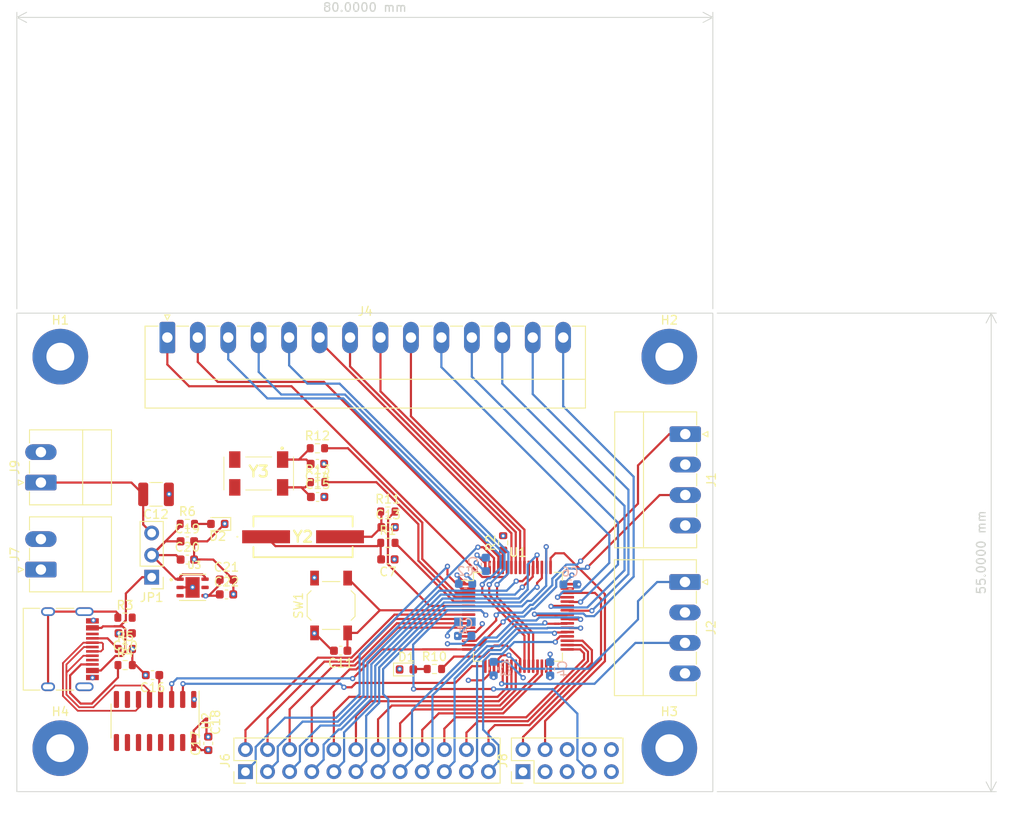
<source format=kicad_pcb>
(kicad_pcb (version 20221018) (generator pcbnew)
  (layers (0 "F.Cu" signal) (1 "In1.Cu" power "GND") (2 "In2.Cu" power "Power") (31 "B.Cu" signal) (34 "B.Paste" user) (35 "F.Paste" user) (36 "B.SilkS" user "B.Silkscreen") (37 "F.SilkS" user "F.Silkscreen") (38 "B.Mask" user) (39 "F.Mask" user) (44 "Edge.Cuts" user))
  (net 0 "")
  (net 1 "GND")
  (net 2 "Net-(C10-Pad1)")
  (net 3 "/NRST")
  (net 4 "Net-(D1-A)")
  (net 5 "/PUL1+")
  (net 6 "/DIR1+")
  (net 7 "/PUL2+")
  (net 8 "/DIR2+")
  (net 9 "Net-(J3-CC1)")
  (net 11 "Net-(J3-CC2)")
  (net 13 "Net-(J3-SHIELD)")
  (net 14 "/PWM1")
  (net 15 "/PWM2")
  (net 16 "/COM1")
  (net 17 "/COM2")
  (net 18 "/COM3")
  (net 19 "/COM4")
  (net 20 "/COM5")
  (net 21 "/COM6")
  (net 22 "/COM7")
  (net 23 "/S1")
  (net 24 "/S2")
  (net 25 "/S3")
  (net 26 "/SE1")
  (net 27 "/SE2")
  (net 28 "/SWDIO")
  (net 29 "/SWCLK")
  (net 32 "Net-(U1-BOOT0)")
  (net 33 "/D-")
  (net 34 "/D+")
  (net 35 "/LED1")
  (net 36 "/RX")
  (net 37 "/TX")
  (net 38 "Net-(U1-VDDA)")
  (net 48 "/PC12")
  (net 49 "/PC13")
  (net 50 "/PD2")
  (net 51 "/PC0")
  (net 52 "/PC1")
  (net 53 "/PA6")
  (net 54 "/PC2")
  (net 55 "/PA7")
  (net 56 "/PC3")
  (net 57 "/PA15")
  (net 58 "/PC4")
  (net 59 "/PB9")
  (net 60 "/PC6")
  (net 61 "/PB10")
  (net 62 "/PC7")
  (net 63 "/PB11")
  (net 64 "/PC8")
  (net 65 "/PB12")
  (net 66 "/PC9")
  (net 67 "/PB13")
  (net 68 "/PC10")
  (net 69 "/PB14")
  (net 70 "/PC11")
  (net 71 "/PB15")
  (net 72 "Net-(C7-Pad2)")
  (net 73 "Net-(C13-Pad1)")
  (net 74 "Net-(Y3-CRYSTAL_1)")
  (net 75 "Net-(Y3-CRYSTAL_2)")
  (net 76 "Net-(U2-V3)")
  (net 77 "Net-(D2-A)")
  (net 78 "/8OSC_IN")
  (net 79 "/8OSC_OUT")
  (net 80 "/32OSC_IN")
  (net 81 "/32OSC_OUT")
  (net 85 "/3V3")
  (net 86 "/5V_PS")
  (net 87 "/5V")
  (net 88 "/5V_USB")
  (footprint "Capacitor_SMD:C_0603_1608Metric" (layer "F.Cu") (at 154.675 104.6)
    (fp_text reference "C13")
    (fp_text value "20pF")
  )
  (footprint "Capacitor_SMD:C_0603_1608Metric" (layer "F.Cu") (at 124.46 116.8 180)
    (fp_text reference "C10")
    (fp_text value "100nF")
  )
  (footprint "Button_Switch_SMD:SW_SPST_TL3342" (layer "F.Cu") (at 148.125 113.6 90)
    (fp_text reference "SW1")
    (fp_text value "SW_Push")
  )
  (footprint "Resistor_SMD:R_0603_1608Metric" (layer "F.Cu") (at 167.9 106.4 90)
    (fp_text reference "R2")
    (fp_text value "10k")
  )
  (footprint "Resistor_SMD:R_0603_1608Metric" (layer "F.Cu") (at 154.65 102.8)
    (fp_text reference "R11")
    (fp_text value "0")
  )
  (footprint "Resistor_SMD:R_0603_1608Metric" (layer "F.Cu") (at 146.55 95.525)
    (fp_text reference "R12")
    (fp_text value "0")
  )
  (footprint "Capacitor_SMD:C_0603_1608Metric" (layer "F.Cu") (at 127.6 121.6 180)
    (fp_text reference "C16")
    (fp_text value "0.1uF")
  )
  (footprint "Resistor_SMD:R_0603_1608Metric" (layer "F.Cu") (at 131.6 104.225)
    (fp_text reference "R6")
    (fp_text value "1k")
  )
  (footprint "Capacitor_SMD:C_1210_3225Metric" (layer "F.Cu") (at 128 100.825 180)
    (fp_text reference "C12")
    (fp_text value "47uF")
  )
  (footprint "MountingHole:MountingHole_3.2mm_M3_Pad" (layer "F.Cu") (at 187 85)
    (fp_text reference "H2")
    (fp_text value "MountingHole_Pad")
  )
  (footprint "MountingHole:MountingHole_3.2mm_M3_Pad" (layer "F.Cu") (at 187 130)
    (fp_text reference "H3")
    (fp_text value "MountingHole_Pad")
  )
  (footprint "Capacitor_SMD:C_0603_1608Metric" (layer "F.Cu") (at 146.55 97.325 180)
    (fp_text reference "C14")
    (fp_text value "4.3pF")
  )
  (footprint "Connector_Phoenix_MC:PhoenixContact_MC_1,5_4-G-3.5_1x04_P3.50mm_Horizontal" (layer "F.Cu") (at 188.8 110.9 -90)
    (fp_text reference "J2")
    (fp_text value "Conn_01x04_Socket")
  )
  (footprint "MountingHole:MountingHole_3.2mm_M3_Pad" (layer "F.Cu") (at 117 130)
    (fp_text reference "H4")
    (fp_text value "MountingHole_Pad")
  )
  (footprint "Capacitor_SMD:C_0603_1608Metric" (layer "F.Cu") (at 136.1 110.625)
    (fp_text reference "C21")
    (fp_text value "1uF")
  )
  (footprint "Connector_USB:USB_C_Receptacle_HRO_TYPE-C-31-M-12" (layer "F.Cu") (at 116.64 118.625 -90)
    (fp_text reference "J3" hide)
    (fp_text value "USB_C_Receptacle_USB2.0_16P")
  )
  (footprint "Package_SO:SOIC-16_3.9x9.9mm_P1.27mm" (layer "F.Cu") (at 127.89 126.875 -90)
    (fp_text reference "U2")
    (fp_text value "CH340C")
  )
  (footprint "MountingHole:MountingHole_3.2mm_M3_Pad" (layer "F.Cu") (at 117 85)
    (fp_text reference "H1")
    (fp_text value "MountingHole_Pad")
  )
  (footprint "Capacitor_SMD:C_0603_1608Metric" (layer "F.Cu") (at 136.1 112.325)
    (fp_text reference "C22")
    (fp_text value "100nF")
  )
  (footprint "Capacitor_SMD:C_0603_1608Metric" (layer "F.Cu") (at 131.6 108.325)
    (fp_text reference "C20")
    (fp_text value "1uF")
  )
  (footprint "Connector_Phoenix_MC:PhoenixContact_MC_1,5_2-G-3.5_1x02_P3.50mm_Horizontal" (layer "F.Cu") (at 114.7675 99.47 90)
    (fp_text reference "J9")
    (fp_text value "Conn_01x02_Socket")
  )
  (footprint "Connector_Phoenix_MC:PhoenixContact_MC_1,5_4-G-3.5_1x04_P3.50mm_Horizontal" (layer "F.Cu") (at 188.8325 93.905 -90)
    (fp_text reference "J1")
    (fp_text value "Conn_01x04_Socket")
  )
  (footprint "Resistor_SMD:R_0603_1608Metric" (layer "F.Cu") (at 124.475 118.6)
    (fp_text reference "R5")
    (fp_text value "5.1k")
  )
  (footprint "Package_QFP:LQFP-64_10x10mm_P0.5mm" (layer "F.Cu") (at 169.6 114.9)
    (fp_text reference "U1")
    (fp_text value "STM32F103RBTx")
  )
  (footprint "Capacitor_SMD:C_0603_1608Metric" (layer "F.Cu") (at 146.575 101.125)
    (fp_text reference "C15")
    (fp_text value "4.3pF")
  )
  (footprint "Resistor_SMD:R_0603_1608Metric" (layer "F.Cu") (at 124.45 120.45)
    (fp_text reference "R4")
    (fp_text value "5.1k")
  )
  (footprint "Connector_PinHeader_2.54mm:PinHeader_2x05_P2.54mm_Vertical" (layer "F.Cu") (at 170.18 132.7 90)
    (fp_text reference "J8")
    (fp_text value "Conn_02x05_Odd_Even")
  )
  (footprint "Capacitor_SMD:C_0603_1608Metric" (layer "F.Cu") (at 154.65 108.3 180)
    (fp_text reference "C7")
    (fp_text value "20pF")
  )
  (footprint "footprints:SON95P300X300X100-7N" (layer "F.Cu") (at 132.2 111.525)
    (fp_text reference "U3")
    (fp_text value "LD39050PU33R")
  )
  (footprint "Connector_PinHeader_2.54mm:PinHeader_2x12_P2.54mm_Vertical" (layer "F.Cu") (at 138.28 132.7 90)
    (fp_text reference "J6")
    (fp_text value "Conn_02x12_Odd_Even")
  )
  (footprint "LED_SMD:LED_0603_1608Metric" (layer "F.Cu") (at 156.785 120.955)
    (fp_text reference "D1")
    (fp_text value "GREEN")
  )
  (footprint "Connector_PinHeader_2.54mm:PinHeader_1x03_P2.54mm_Vertical" (layer "F.Cu") (at 127.5 110.35 180)
    (fp_text reference "JP1")
    (fp_text value "Jumper_3_Open")
  )
  (footprint "Resistor_SMD:R_0603_1608Metric" (layer "F.Cu") (at 124.435 115)
    (fp_text reference "R3")
    (fp_text value "1M")
  )
  (footprint "Resistor_SMD:R_0603_1608Metric" (layer "F.Cu") (at 146.575 99.425)
    (fp_text reference "R13")
    (fp_text value "0")
  )
  (footprint "Connector_Phoenix_MC:PhoenixContact_MC_1,5_14-G-3.5_1x14_P3.50mm_Horizontal" (layer "F.Cu") (at 129.3 82.8)
    (fp_text reference "J4")
    (fp_text value "Conn_01x14_Socket")
  )
  (footprint "LED_SMD:LED_0603_1608Metric" (layer "F.Cu") (at 135.1 104.225 180)
    (fp_text reference "D2")
    (fp_text value "RED")
  )
  (footprint "Capacitor_SMD:C_0603_1608Metric" (layer "F.Cu") (at 149.225 118.8 180)
    (fp_text reference "C11")
    (fp_text value "100nF")
  )
  (footprint "Crystal:ABS2532768KHZT" (layer "F.Cu") (at 139.8 97.875 180)
    (fp_text reference "Y3")
    (fp_text value "ABS25-32.768KHZ-6-T" hide)
  )
  (footprint "Capacitor_SMD:C_0603_1608Metric" (layer "F.Cu") (at 131.6 106.225)
    (fp_text reference "C19")
    (fp_text value "100nF")
  )
  (footprint "Connector_Phoenix_MC:PhoenixContact_MC_1,5_2-G-3.5_1x02_P3.50mm_Horizontal" (layer "F.Cu") (at 114.7675 109.47 90)
    (fp_text reference "J7")
    (fp_text value "Conn_01x02_Socket")
  )
  (footprint "Crystal:8000MHz49USMX3050408518pFATF" (layer "F.Cu") (at 144.9 105.7)
    (fp_text reference "Y2")
    (fp_text value "8.000MHz_49USMX_30_50_-40+85_18pF_ATF" hide)
  )
  (footprint "Resistor_SMD:R_0603_1608Metric" (layer "F.Cu") (at 154.65 106.4)
    (fp_text reference "R1")
    (fp_text value "0")
  )
  (footprint "Capacitor_SMD:C_0603_1608Metric" (layer "F.Cu") (at 134 129.45 90)
    (fp_text reference "C17")
    (fp_text value "0.1uF")
  )
  (footprint "Capacitor_SMD:C_0201_0603Metric" (layer "F.Cu") (at 133.8 127.025 -90)
    (fp_text reference "C18")
    (fp_text value "10uF")
  )
  (footprint "Resistor_SMD:R_0603_1608Metric" (layer "F.Cu") (at 159.9975 120.9)
    (fp_text reference "R10")
    (fp_text value "220")
  )
  (footprint "Capacitor_SMD:C_0603_1608Metric" (layer "B.Cu") (at 173.3 120.875 90)
    (fp_text reference "C4")
    (fp_text value "100nF")
  )
  (footprint "Capacitor_SMD:C_0603_1608Metric" (layer "B.Cu") (at 163.575 111.1 180)
    (fp_text reference "C2")
    (fp_text value "1uF")
  )
  (footprint "Capacitor_SMD:C_0603_1608Metric" (layer "B.Cu") (at 175.6 111.175 180)
    (fp_text reference "C6")
    (fp_text value "100nF")
  )
  (footprint "Capacitor_SMD:C_0603_1608Metric" (layer "B.Cu") (at 163.475 117.1 180)
    (fp_text reference "C1")
    (fp_text value "100nF")
  )
  (footprint "footprints:BEADC1608X75N" (layer "B.Cu") (at 163.5 115.475)
    (fp_text reference "FL1")
    (fp_text value "BLM18KG260TN1D")
  )
  (footprint "Capacitor_SMD:C_0603_1608Metric" (layer "B.Cu") (at 166.8 120.85 90)
    (fp_text reference "C3")
    (fp_text value "100nF")
  )
  (footprint "Capacitor_SMD:C_0603_1608Metric" (layer "B.Cu") (at 165.9 108.875 -90)
    (fp_text reference "C5")
    (fp_text value "100nF")
  )
  (gr_rect (start 112 80) (end 192 135) (stroke (width 0.1)) (fill none) (layer "Edge.Cuts"))
  (dimension (type aligned) (layer "Edge.Cuts") (pts (xy 112 80) (xy 192 80)) (height -34) (gr_text "80.0000 mm" (at 152 44.85) (layer "Edge.Cuts") (effects (font (size 1 1) (thickness 0.15)))) (format (prefix "") (suffix "") (units 3) (units_format 1) (precision 4)) (style (thickness 0.1) (arrow_length 1.27) (text_position_mode 0) (extension_height 0.58642) (extension_offset 0.5) keep_text_aligned))
  (dimension (type aligned) (layer "Edge.Cuts") (pts (xy 192 80) (xy 192 135)) (height -32) (gr_text "55.0000 mm" (at 222.85 107.5 90) (layer "Edge.Cuts") (effects (font (size 1 1) (thickness 0.15)))) (format (prefix "") (suffix "") (units 3) (units_format 1) (precision 4)) (style (thickness 0.1) (arrow_length 1.27) (text_position_mode 0) (extension_height 0.58642) (extension_offset 0.5) keep_text_aligned))
  (segment (start 132.4 108.3) (end 132.375 108.325) (width 0.25) (layer "F.Cu") (net 1))
  (segment (start 165.591116 122.2) (end 163.9 122.2) (width 0.25) (layer "F.Cu") (net 1))
  (segment (start 126.825 121.6) (end 126.825 121.6) (width 0.25) (layer "F.Cu") (net 1))
  (segment (start 126.8 121.575) (end 126.8 121.6) (width 0.25) (layer "F.Cu") (net 1))
  (segment (start 135.9 104.2) (end 135.9125 104.2) (width 0.25) (layer "F.Cu") (net 1))
  (segment (start 134 128.7) (end 134.025 128.7) (width 0.25) (layer "F.Cu") (net 1))
  (segment (start 148.275 118.8) (end 146.275 116.8) (width 0.25) (layer "F.Cu") (net 1))
  (segment (start 133.8 128.475) (end 134 128.675) (width 0.25) (layer "F.Cu") (net 1))
  (segment (start 135.9 104.2125) (end 135.9 104.2) (width 0.25) (layer "F.Cu") (net 1))
  (segment (start 125.275 118.625) (end 125.3 118.6) (width 0.25) (layer "F.Cu") (net 1))
  (segment (start 134.025 128.7) (end 134 128.675) (width 0.25) (layer "F.Cu") (net 1))
  (segment (start 164.767764 116.65) (end 165.5 115.917764) (width 0.25) (layer "F.Cu") (net 1))
  (segment (start 165.5 115.917764) (end 165.5 115.7) (width 0.25) (layer "F.Cu") (net 1))
  (segment (start 125.675 120.45) (end 126.8 121.575) (width 0.25) (layer "F.Cu") (net 1))
  (segment (start 134.575 108.325) (end 132.4 108.3) (width 0.25) (layer "F.Cu") (net 1))
  (segment (start 166.35 120.575) (end 166.35 121.441116) (width 0.25) (layer "F.Cu") (net 1))
  (segment (start 146.2 116.725) (end 146.225 116.75) (width 0.25) (layer "F.Cu") (net 1))
  (segment (start 133.8 127.345) (end 133.8 128.475) (width 0.25) (layer "F.Cu") (net 1))
  (segment (start 125.275 120.45) (end 125.275 118.625) (width 0.25) (layer "F.Cu") (net 1))
  (segment (start 148.45 118.8) (end 148.275 118.8) (width 0.25) (layer "F.Cu") (net 1))
  (segment (start 136.875 110.625) (end 136.9 112.3) (width 0.25) (layer "F.Cu") (net 1))
  (segment (start 132.375 106.225) (end 132.375 108.325) (width 0.25) (layer "F.Cu") (net 1))
  (segment (start 136.9 112.3) (end 136.875 112.325) (width 0.25) (layer "F.Cu") (net 1))
  (segment (start 133.8875 106.225) (end 135.9 104.2125) (width 0.25) (layer "F.Cu") (net 1))
  (segment (start 126.8 121.6) (end 126.825 121.6) (width 0.25) (layer "F.Cu") (net 1))
  (segment (start 134 128.675) (end 134 128.7) (width 0.25) (layer "F.Cu") (net 1))
  (segment (start 136.875 110.625) (end 134.575 108.325) (width 0.25) (layer "F.Cu") (net 1))
  (segment (start 132.2 111.5) (end 130.765 111.525) (width 0.25) (layer "F.Cu") (net 1))
  (segment (start 125.275 120.45) (end 125.675 120.45) (width 0.25) (layer "F.Cu") (net 1))
  (segment (start 132.2 111.525) (end 132.2 111.5) (width 0.25) (layer "F.Cu") (net 1))
  (segment (start 166.35 121.441116) (end 165.591116 122.2) (width 0.25) (layer "F.Cu") (net 1))
  (segment (start 146.275 116.8) (end 146.2 116.8) (width 0.25) (layer "F.Cu") (net 1))
  (segment (start 163.925 116.65) (end 164.767764 116.65) (width 0.25) (layer "F.Cu") (net 1))
  (segment (start 132.375 106.225) (end 133.8875 106.225) (width 0.25) (layer "F.Cu") (net 1))
  (segment (start 146.2 116.8) (end 146.2 116.725) (width 0.25) (layer "F.Cu") (net 1))
  (segment (start 135.9125 104.2) (end 135.8875 104.225) (width 0.25) (layer "F.Cu") (net 1))
  (via (at 165.5 115.7) (size 0.6) (drill 0.3) (layers "F.Cu" "B.Cu") (net 1))
  (via (at 146.2 110.4) (size 0.6) (drill 0.3) (layers "F.Cu" "B.Cu") (net 1))
  (via (at 132.2 111.5) (size 0.6) (drill 0.3) (layers "F.Cu" "B.Cu") (net 1))
  (via (at 163.9 122.2) (size 0.6) (drill 0.3) (layers "F.Cu" "B.Cu") (net 1))
  (via (at 132.4 124.4) (size 0.6) (drill 0.3) (layers "F.Cu" "B.Cu") (net 1))
  (via (at 129.5 100.8) (size 0.6) (drill 0.3) (layers "F.Cu" "B.Cu") (net 1))
  (via (at 161.5 118) (size 0.6) (drill 0.3) (layers "F.Cu" "B.Cu") (net 1))
  (via (at 126.8 121.6) (size 0.6) (drill 0.3) (layers "F.Cu" "B.Cu") (net 1))
  (via (at 146.2 116.8) (size 0.6) (drill 0.3) (layers "F.Cu" "B.Cu") (net 1))
  (via (at 156 120.9) (size 0.6) (drill 0.3) (layers "F.Cu" "B.Cu") (net 1))
  (via (at 123.7 116.8) (size 0.6) (drill 0.3) (layers "F.Cu" "B.Cu") (net 1))
  (via (at 147.3 101.1) (size 0.6) (drill 0.3) (layers "F.Cu" "B.Cu") (net 1))
  (via (at 134 128.7) (size 0.6) (drill 0.3) (layers "F.Cu" "B.Cu") (net 1))
  (via (at 120.8 115.3) (size 0.6) (drill 0.3) (layers "F.Cu" "B.Cu") (net 1))
  (via (at 164.8 108.7) (size 0.6) (drill 0.3) (layers "F.Cu" "B.Cu") (net 1))
  (via (at 147.3 97.3) (size 0.6) (drill 0.3) (layers "F.Cu" "B.Cu") (net 1))
  (via (at 125.3 118.6) (size 0.6) (drill 0.3) (layers "F.Cu" "B.Cu") (net 1))
  (via (at 135.9 104.2) (size 0.6) (drill 0.3) (layers "F.Cu" "B.Cu") (net 1))
  (via (at 155.4 108.3) (size 0.6) (drill 0.3) (layers "F.Cu" "B.Cu") (net 1))
  (via (at 136.9 112.3) (size 0.6) (drill 0.3) (layers "F.Cu" "B.Cu") (net 1))
  (via (at 163.7 110.1) (size 0.6) (drill 0.3) (layers "F.Cu" "B.Cu") (net 1))
  (via (at 132.4 108.3) (size 0.6) (drill 0.3) (layers "F.Cu" "B.Cu") (net 1))
  (via (at 120.7 121.9) (size 0.6) (drill 0.3) (layers "F.Cu" "B.Cu") (net 1))
  (via (at 173.3 119.2) (size 0.6) (drill 0.3) (layers "F.Cu" "B.Cu") (net 1))
  (via (at 155.5 104.6) (size 0.6) (drill 0.3) (layers "F.Cu" "B.Cu") (net 1))
  (via (at 175.8 110.1) (size 0.6) (drill 0.3) (layers "F.Cu" "B.Cu") (net 1))
  (via (at 170.2 121.9) (size 0.6) (drill 0.3) (layers "F.Cu" "B.Cu") (net 1))
  (via (at 167.9 105.6) (size 0.6) (drill 0.3) (layers "F.Cu" "B.Cu") (net 1))
  (segment (start 174.825 111.175) (end 175.8 110.2) (width 0.25) (layer "B.Cu") (net 1))
  (segment (start 164.35 111.1) (end 164.35 110.75) (width 0.25) (layer "B.Cu") (net 1))
  (segment (start 163.35 118) (end 161.5 118) (width 0.25) (layer "B.Cu") (net 1))
  (segment (start 168.375 120.075) (end 170.2 121.9) (width 0.25) (layer "B.Cu") (net 1))
  (segment (start 175.8 110.2) (end 175.8 110.1) (width 0.25) (layer "B.Cu") (net 1))
  (segment (start 173.3 119.2) (end 173.3 119.3) (width 0.25) (layer "B.Cu") (net 1))
  (segment (start 173.3 120.1) (end 173.3 119.2) (width 0.25) (layer "B.Cu") (net 1))
  (segment (start 165.9 109.65) (end 165.75 109.65) (width 0.25) (layer "B.Cu") (net 1))
  (segment (start 166.8 120.075) (end 168.375 120.075) (width 0.25) (layer "B.Cu") (net 1))
  (segment (start 164.25 117.1) (end 163.35 118) (width 0.25) (layer "B.Cu") (net 1))
  (segment (start 164.35 110.75) (end 163.7 110.1) (width 0.25) (layer "B.Cu") (net 1))
  (segment (start 165.75 109.65) (end 164.8 108.7) (width 0.25) (layer "B.Cu") (net 1))
  (segment (start 165.35 114.15) (end 165.9 114.7) (width 0.25) (layer "F.Cu") (net 3))
  (segment (start 151.125 116.75) (end 150.025 116.75) (width 0.25) (layer "F.Cu") (net 3))
  (segment (start 150 116.775) (end 150.025 116.75) (width 0.25) (layer "F.Cu") (net 3))
  (segment (start 157.6 123.2) (end 166.8 123.2) (width 0.25) (layer "F.Cu") (net 3))
  (segment (start 150.025 110.45) (end 153.725 114.15) (width 0.25) (layer "F.Cu") (net 3))
  (segment (start 153.725 114.15) (end 163.925 114.15) (width 0.25) (layer "F.Cu") (net 3))
  (segment (start 163.925 114.15) (end 165.35 114.15) (width 0.25) (layer "F.Cu") (net 3))
  (segment (start 150 118.8) (end 150 116.775) (width 0.25) (layer "F.Cu") (net 3))
  (segment (start 153.725 114.15) (end 151.125 116.75) (width 0.25) (layer "F.Cu") (net 3))
  (via (at 165.9 114.7) (size 0.6) (drill 0.3) (layers "F.Cu" "B.Cu") (net 3))
  (via (at 166.8 123.2) (size 0.6) (drill 0.3) (layers "F.Cu" "B.Cu") (net 3))
  (via (at 157.6 123.2) (size 0.6) (drill 0.3) (layers "F.Cu" "B.Cu") (net 3))
  (segment (start 165.35 114.15) (end 161.495584 114.15) (width 0.25) (layer "B.Cu") (net 3))
  (segment (start 166.825 123.225) (end 173.575 123.225) (width 0.25) (layer "B.Cu") (net 3))
  (segment (start 161.495584 114.15) (end 157.55 118.095584) (width 0.25) (layer "B.Cu") (net 3))
  (segment (start 166.8 123.2) (end 166.825 123.225) (width 0.25) (layer "B.Cu") (net 3))
  (segment (start 176.435 126.035) (end 176.435 131.335) (width 0.25) (layer "B.Cu") (net 3))
  (segment (start 173.6 123.2) (end 176.435 126.035) (width 0.25) (layer "B.Cu") (net 3))
  (segment (start 157.6 123.2) (end 157.55 123.2) (width 0.25) (layer "B.Cu") (net 3))
  (segment (start 165.9 114.7) (end 165.35 114.15) (width 0.25) (layer "B.Cu") (net 3))
  (segment (start 173.575 123.225) (end 173.6 123.2) (width 0.25) (layer "B.Cu") (net 3))
  (segment (start 176.435 131.335) (end 177.8 132.7) (width 0.25) (layer "B.Cu") (net 3))
  (segment (start 157.55 118.095584) (end 157.6 123.2) (width 0.25) (layer "B.Cu") (net 3))
  (segment (start 157.6275 120.9) (end 157.5725 120.955) (width 0.25) (layer "F.Cu") (net 4))
  (segment (start 159.1725 120.9) (end 157.6275 120.9) (width 0.25) (layer "F.Cu") (net 4))
  (segment (start 185.895 100.905) (end 188.8325 100.905) (width 0.25) (layer "F.Cu") (net 5))
  (segment (start 165.233884 118.15) (end 163.925 118.15) (width 0.25) (layer "F.Cu") (net 5))
  (segment (start 167.891942 115.491942) (end 165.233884 118.15) (width 0.25) (layer "F.Cu") (net 5))
  (segment (start 177.6 109.2) (end 185.895 100.905) (width 0.25) (layer "F.Cu") (net 5))
  (via (at 167.891942 115.491942) (size 0.6) (drill 0.3) (layers "F.Cu" "B.Cu") (net 5))
  (via (at 177.6 109.2) (size 0.6) (drill 0.3) (layers "F.Cu" "B.Cu") (net 5))
  (segment (start 174 110.7) (end 175.35 109.35) (width 0.25) (layer "B.Cu") (net 5))
  (segment (start 170.3 114.875) (end 171.2 113.975) (width 0.25) (layer "B.Cu") (net 5))
  (segment (start 174 111.456676) (end 174 110.7) (width 0.25) (layer "B.Cu") (net 5))
  (segment (start 167.891942 115.491942) (end 168.508884 114.875) (width 0.25) (layer "B.Cu") (net 5))
  (segment (start 168.508884 114.875) (end 170.3 114.875) (width 0.25) (layer "B.Cu") (net 5))
  (segment (start 171.2 113.975) (end 171.481676 113.975) (width 0.25) (layer "B.Cu") (net 5))
  (segment (start 176.181802 109.381802) (end 177.418198 109.381802) (width 0.25) (layer "B.Cu") (net 5))
  (segment (start 171.481676 113.975) (end 174 111.456676) (width 0.25) (layer "B.Cu") (net 5))
  (segment (start 176.15 109.35) (end 176.181802 109.381802) (width 0.25) (layer "B.Cu") (net 5))
  (segment (start 175.35 109.35) (end 176.15 109.35) (width 0.25) (layer "B.Cu") (net 5))
  (segment (start 177.418198 109.381802) (end 177.6 109.2) (width 0.25) (layer "B.Cu") (net 5))
  (segment (start 167.1 115.317764) (end 164.767764 117.65) (width 0.25) (layer "F.Cu") (net 6))
  (segment (start 176.8 108.5) (end 183.4 101.9) (width 0.25) (layer "F.Cu") (net 6))
  (segment (start 167.1 114.7) (end 167.1 115.317764) (width 0.25) (layer "F.Cu") (net 6))
  (segment (start 183.4 101.9) (end 183.4 97.5) (width 0.25) (layer "F.Cu") (net 6))
  (segment (start 164.767764 117.65) (end 163.925 117.65) (width 0.25) (layer "F.Cu") (net 6))
  (segment (start 186.995 93.905) (end 188.8325 93.905) (width 0.25) (layer "F.Cu") (net 6))
  (segment (start 183.4 97.5) (end 186.995 93.905) (width 0.25) (layer "F.Cu") (net 6))
  (via (at 176.8 108.5) (size 0.6) (drill 0.3) (layers "F.Cu" "B.Cu") (net 6))
  (via (at 167.1 114.7) (size 0.6) (drill 0.3) (layers "F.Cu" "B.Cu") (net 6))
  (segment (start 167.375 114.425) (end 170.113604 114.425) (width 0.25) (layer "B.Cu") (net 6))
  (segment (start 176.8 108.5) (end 176.8 108.4) (width 0.25) (layer "B.Cu") (net 6))
  (segment (start 173.55 110.513604) (end 175.163604 108.9) (width 0.25) (layer "B.Cu") (net 6))
  (segment (start 176.336396 108.9) (end 176.368198 108.931802) (width 0.25) (layer "B.Cu") (net 6))
  (segment (start 171.29528 113.525) (end 173.55 111.27028) (width 0.25) (layer "B.Cu") (net 6))
  (segment (start 175.163604 108.9) (end 176.336396 108.9) (width 0.25) (layer "B.Cu") (net 6))
  (segment (start 167.1 114.7) (end 167.375 114.425) (width 0.25) (layer "B.Cu") (net 6))
  (segment (start 176.368198 108.931802) (end 176.8 108.5) (width 0.25) (layer "B.Cu") (net 6))
  (segment (start 170.113604 114.425) (end 171.013604 113.525) (width 0.25) (layer "B.Cu") (net 6))
  (segment (start 171.013604 113.525) (end 171.29528 113.525) (width 0.25) (layer "B.Cu") (net 6))
  (segment (start 173.55 111.27028) (end 173.55 110.513604) (width 0.25) (layer "B.Cu") (net 6))
  (segment (start 167.85 122.475) (end 167.85 120.575) (width 0.25) (layer "F.Cu") (net 7))
  (segment (start 167.725 122.6) (end 167.85 122.475) (width 0.25) (layer "F.Cu") (net 7))
  (via (at 167.725 122.6) (size 0.6) (drill 0.3) (layers "F.Cu" "B.Cu") (net 7))
  (segment (start 167.725 122.6) (end 178.4 122.6) (width 0.25) (layer "B.Cu") (net 7))
  (segment (start 178.4 122.6) (end 183.1 117.9) (width 0.25) (layer "B.Cu") (net 7))
  (segment (start 183.1 117.9) (end 188.8 117.9) (width 0.25) (layer "B.Cu") (net 7))
  (segment (start 167.768932 119.313304) (end 168.548515 119.313304) (width 0.25) (layer "F.Cu") (net 8))
  (segment (start 167.35 120.575) (end 167.35 119.732236) (width 0.25) (layer "F.Cu") (net 8))
  (segment (start 167.35 119.732236) (end 167.768932 119.313304) (width 0.25) (layer "F.Cu") (net 8))
  (via (at 168.548515 119.313304) (size 0.6) (drill 0.3) (layers "F.Cu" "B.Cu") (net 8))
  (segment (start 177.725 120.875) (end 183.4 115.2) (width 0.25) (layer "B.Cu") (net 8))
  (segment (start 183.4 113.1) (end 185.6 110.9) (width 0.25) (layer "B.Cu") (net 8))
  (segment (start 185.6 110.9) (end 188.8 110.9) (width 0.25) (layer "B.Cu") (net 8))
  (segment (start 168.548515 119.313304) (end 170.110211 120.875) (width 0.25) (layer "B.Cu") (net 8))
  (segment (start 170.110211 120.875) (end 177.725 120.875) (width 0.25) (layer "B.Cu") (net 8))
  (segment (start 183.4 115.2) (end 183.4 113.1) (width 0.25) (layer "B.Cu") (net 8))
  (segment (start 123.65 118.6) (end 122.425 117.375) (width 0.25) (layer "F.Cu") (net 9))
  (segment (start 122.425 117.375) (end 120.685 117.375) (width 0.25) (layer "F.Cu") (net 9))
  (segment (start 120.685 120.375) (end 119.390051 120.375) (width 0.25) (layer "F.Cu") (net 11))
  (segment (start 119.341726 124.875) (end 120.62396 124.875) (width 0.25) (layer "F.Cu") (net 11))
  (segment (start 118.125 123.658274) (end 119.341726 124.875) (width 0.25) (layer "F.Cu") (net 11))
  (segment (start 120.62396 124.875) (end 123.625 121.87396) (width 0.25) (layer "F.Cu") (net 11))
  (segment (start 119.390051 120.375) (end 118.125 121.640051) (width 0.25) (layer "F.Cu") (net 11))
  (segment (start 123.625 121.87396) (end 123.625 120.45) (width 0.25) (layer "F.Cu") (net 11))
  (segment (start 118.125 121.640051) (end 118.125 123.658274) (width 0.25) (layer "F.Cu") (net 11))
  (segment (start 123.39 114.305) (end 119.77 114.305) (width 0.25) (layer "F.Cu") (net 13))
  (segment (start 123.61 114.525) (end 123.39 114.305) (width 0.25) (layer "F.Cu") (net 13))
  (segment (start 119.77 114.305) (end 115.59 114.305) (width 0.25) (layer "F.Cu") (net 13))
  (segment (start 119.89 114.425) (end 119.77 114.305) (width 0.25) (layer "F.Cu") (net 13))
  (segment (start 123.61 115) (end 123.61 114.525) (width 0.25) (layer "F.Cu") (net 13))
  (segment (start 115.59 114.305) (end 115.59 122.945) (width 0.25) (layer "F.Cu") (net 13))
  (segment (start 174.1 114.7) (end 171.5 114.7) (width 0.25) (layer "F.Cu") (net 14))
  (segment (start 175.225 114.7) (end 174.1 114.7) (width 0.25) (layer "F.Cu") (net 14))
  (segment (start 174.1 114.7) (end 173.9 114.7) (width 0.25) (layer "F.Cu") (net 14))
  (segment (start 173.9 114.7) (end 173.8 114.7) (width 0.25) (layer "F.Cu") (net 14))
  (via (at 171.5 114.6) (size 0.6) (drill 0.3) (layers "F.Cu" "B.Cu") (net 14))
  (segment (start 178.358884 114.825) (end 182.9 110.283884) (width 0.25) (layer "B.Cu") (net 14))
  (segment (start 182.9 98.8) (end 174.8 90.7) (width 0.25) (layer "B.Cu") (net 14))
  (segment (start 177.425 114.825) (end 178.358884 114.825) (width 0.25) (layer "B.Cu") (net 14))
  (segment (start 171.5 114.6) (end 171.575 114.525) (width 0.25) (layer "B.Cu") (net 14))
  (segment (start 171.575 114.525) (end 177.125 114.525) (width 0.25) (layer "B.Cu") (net 14))
  (segment (start 174.8 90.7) (end 174.8 82.8) (width 0.25) (layer "B.Cu") (net 14))
  (segment (start 177.125 114.525) (end 177.425 114.825) (width 0.25) (layer "B.Cu") (net 14))
  (segment (start 182.9 110.283884) (end 182.9 98.8) (width 0.25) (layer "B.Cu") (net 14))
  (segment (start 175.5 114.2) (end 178.1 114.2) (width 0.25) (layer "F.Cu") (net 15))
  (via (at 178.1 114.2) (size 0.6) (drill 0.3) (layers "F.Cu" "B.Cu") (net 15))
  (segment (start 171.3 89.3) (end 171.3 82.8) (width 0.25) (layer "B.Cu") (net 15))
  (segment (start 182.3 110) (end 182.3 100.3) (width 0.25) (layer "B.Cu") (net 15))
  (segment (start 182.3 100.3) (end 171.3 89.3) (width 0.25) (layer "B.Cu") (net 15))
  (segment (start 178.1 114.2) (end 182.3 110) (width 0.25) (layer "B.Cu") (net 15))
  (segment (start 170.35 120.575) (end 170.35 117.066116) (width 0.25) (layer "F.Cu") (net 16))
  (segment (start 165.5 112.216116) (end 165.5 111.2) (width 0.25) (layer "F.Cu") (net 16))
  (segment (start 167.641942 114.358058) (end 165.5 112.216116) (width 0.25) (layer "F.Cu") (net 16))
  (segment (start 170.35 117.066116) (end 167.641942 114.358058) (width 0.25) (layer "F.Cu") (net 16))
  (via (at 165.5 111.2) (size 0.6) (drill 0.3) (layers "F.Cu" "B.Cu") (net 16))
  (segment (start 167.6 109.263604) (end 167.6 107.872792) (width 0.25) (layer "B.Cu") (net 16))
  (segment (start 165.5 111.116116) (end 166.134314 110.481802) (width 0.25) (layer "B.Cu") (net 16))
  (segment (start 136.3 85.3) (end 136.3 82.8) (width 0.25) (layer "B.Cu") (net 16))
  (segment (start 166.381802 110.481802) (end 167.6 109.263604) (width 0.25) (layer "B.Cu") (net 16))
  (segment (start 166.134314 110.481802) (end 166.381802 110.481802) (width 0.25) (layer "B.Cu") (net 16))
  (segment (start 165.5 111.2) (end 165.5 110.990948) (width 0.25) (layer "B.Cu") (net 16))
  (segment (start 167.6 107.872792) (end 149.527208 89.8) (width 0.25) (layer "B.Cu") (net 16))
  (segment (start 149.527208 89.8) (end 140.8 89.8) (width 0.25) (layer "B.Cu") (net 16))
  (segment (start 165.5 111.2) (end 165.5 111.116116) (width 0.25) (layer "B.Cu") (net 16))
  (segment (start 140.8 89.8) (end 136.3 85.3) (width 0.25) (layer "B.Cu") (net 16))
  (segment (start 166.91014 112.98986) (end 166.3 112.37972) (width 0.25) (layer "F.Cu") (net 17))
  (segment (start 166.3 112.37972) (end 166.3 111.2) (width 0.25) (layer "F.Cu") (net 17))
  (segment (start 170.85 116.92972) (end 166.91014 112.98986) (width 0.25) (layer "F.Cu") (net 17))
  (segment (start 170.85 120.575) (end 170.85 116.92972) (width 0.25) (layer "F.Cu") (net 17))
  (via (at 166.3 111.2) (size 0.6) (drill 0.3) (layers "F.Cu" "B.Cu") (net 17))
  (segment (start 166.3 111.2) (end 168.05 109.45) (width 0.25) (layer "B.Cu") (net 17))
  (segment (start 149.713604 89.35) (end 142.4 89.35) (width 0.25) (layer "B.Cu") (net 17))
  (segment (start 168.05 109.45) (end 168.05 107.686396) (width 0.25) (layer "B.Cu") (net 17))
  (segment (start 139.8 86.75) (end 139.8 82.8) (width 0.25) (layer "B.Cu") (net 17))
  (segment (start 168.05 107.686396) (end 149.713604 89.35) (width 0.25) (layer "B.Cu") (net 17))
  (segment (start 142.4 89.35) (end 139.8 86.75) (width 0.25) (layer "B.Cu") (net 17))
  (segment (start 171.35 120.575) (end 171.35 116.793324) (width 0.25) (layer "F.Cu") (net 18))
  (segment (start 167.778338 113.221662) (end 167.2 112.643324) (width 0.25) (layer "F.Cu") (net 18))
  (segment (start 167.2 112.643324) (end 167.2 111.2) (width 0.25) (layer "F.Cu") (net 18))
  (segment (start 167.2 111.2) (end 167.2 111) (width 0.25) (layer "F.Cu") (net 18))
  (segment (start 171.35 116.793324) (end 167.778338 113.221662) (width 0.25) (layer "F.Cu") (net 18))
  (via (at 167.2 111.2) (size 0.6) (drill 0.3) (layers "F.Cu" "B.Cu") (net 18))
  (segment (start 168.5 107.5) (end 149.1 88.1) (width 0.25) (layer "B.Cu") (net 18))
  (segment (start 168.5 109.883884) (end 168.5 107.5) (width 0.25) (layer "B.Cu") (net 18))
  (segment (start 145.4 88.1) (end 143.3 86) (width 0.25) (layer "B.Cu") (net 18))
  (segment (start 149.1 88.1) (end 145.4 88.1) (width 0.25) (layer "B.Cu") (net 18))
  (segment (start 143.3 86) (end 143.3 82.8) (width 0.25) (layer "B.Cu") (net 18))
  (segment (start 167.15 111.233884) (end 168.5 109.883884) (width 0.25) (layer "B.Cu") (net 18))
  (segment (start 170.35 109.225) (end 170.35 104.892808) (width 0.25) (layer "F.Cu") (net 19))
  (segment (start 157.3 91.842808) (end 157.3 82.8) (width 0.25) (layer "F.Cu") (net 19))
  (segment (start 170.35 104.892808) (end 157.3 91.842808) (width 0.25) (layer "F.Cu") (net 19))
  (segment (start 169.85 105.029204) (end 153.8 88.979204) (width 0.25) (layer "F.Cu") (net 20))
  (segment (start 153.8 88.979204) (end 153.8 82.8) (width 0.25) (layer "F.Cu") (net 20))
  (segment (start 169.85 109.225) (end 169.85 105.029204) (width 0.25) (layer "F.Cu") (net 20))
  (segment (start 169.35 105.1656) (end 169.35 109.225) (width 0.25) (layer "F.Cu") (net 21))
  (segment (start 150.3 82.8) (end 150.3 86.1156) (width 0.25) (layer "F.Cu") (net 21))
  (segment (start 150.3 86.1156) (end 169.35 105.1656) (width 0.25) (layer "F.Cu") (net 21))
  (segment (start 168.85 105.301996) (end 146.8 83.251996) (width 0.25) (layer "F.Cu") (net 22))
  (segment (start 168.85 109.225) (end 168.85 105.301996) (width 0.25) (layer "F.Cu") (net 22))
  (segment (start 146.8 83.251996) (end 146.8 82.8) (width 0.25) (layer "F.Cu") (net 22))
  (segment (start 173.45 113.65) (end 173.4 113.7) (width 0.25) (layer "F.Cu") (net 23))
  (segment (start 175.275 113.65) (end 173.45 113.65) (width 0.25) (layer "F.Cu") (net 23))
  (via (at 173.4 113.7) (size 0.6) (drill 0.3) (layers "F.Cu" "B.Cu") (net 23))
  (segment (start 177.575 113.825) (end 181.85 109.55) (width 0.25) (layer "B.Cu") (net 23))
  (segment (start 181.85 102.15) (end 167.8 88.1) (width 0.25) (layer "B.Cu") (net 23))
  (segment (start 173.4 113.7) (end 173.525 113.825) (width 0.25) (layer "B.Cu") (net 23))
  (segment (start 173.525 113.825) (end 177.575 113.825) (width 0.25) (layer "B.Cu") (net 23))
  (segment (start 181.85 109.55) (end 181.85 102.15) (width 0.25) (layer "B.Cu") (net 23))
  (segment (start 167.8 88.1) (end 167.8 82.8) (width 0.25) (layer "B.Cu") (net 23))
  (segment (start 176.925 113.2) (end 176.8 113.2) (width 0.25) (layer "F.Cu") (net 24))
  (segment (start 176.8 113.2) (end 175.5 113.2) (width 0.25) (layer "F.Cu") (net 24))
  (via (at 176.8 113.2) (size 0.6) (drill 0.3) (layers "F.Cu" "B.Cu") (net 24))
  (segment (start 181.1 104.1) (end 164.3 87.3) (width 0.25) (layer "B.Cu") (net 24))
  (segment (start 164.3 87.3) (end 164.3 82.8) (width 0.25) (layer "B.Cu") (net 24))
  (segment (start 176.8 113.2) (end 181.1 108.9) (width 0.25) (layer "B.Cu") (net 24))
  (segment (start 181.1 108.9) (end 181.1 104.1) (width 0.25) (layer "B.Cu") (net 24))
  (segment (start 174.15 112.65) (end 175.275 112.65) (width 0.25) (layer "F.Cu") (net 25))
  (via (at 174.15 112.65) (size 0.6) (drill 0.3) (layers "F.Cu" "B.Cu") (net 25))
  (segment (start 160.8 86.2) (end 160.8 82.8) (width 0.25) (layer "B.Cu") (net 25))
  (segment (start 176.834052 111.975) (end 180.1 108.709052) (width 0.25) (layer "B.Cu") (net 25))
  (segment (start 180.1 108.709052) (end 180.1 105.5) (width 0.25) (layer "B.Cu") (net 25))
  (segment (start 174.825 111.975) (end 176.834052 111.975) (width 0.25) (layer "B.Cu") (net 25))
  (segment (start 174.15 112.65) (end 174.825 111.975) (width 0.25) (layer "B.Cu") (net 25))
  (segment (start 180.1 105.5) (end 160.8 86.2) (width 0.25) (layer "B.Cu") (net 25))
  (segment (start 168.35 110.067764) (end 168.092764 110.325) (width 0.25) (layer "F.Cu") (net 26))
  (segment (start 131.8 88.4) (end 129.3 85.9) (width 0.25) (layer "F.Cu") (net 26))
  (segment (start 168.35 109.225) (end 168.35 110.067764) (width 0.25) (layer "F.Cu") (net 26))
  (segment (start 165.495796 110.325) (end 143.570796 88.4) (width 0.25) (layer "F.Cu") (net 26))
  (segment (start 129.3 85.9) (end 129.3 82.8) (width 0.25) (layer "F.Cu") (net 26))
  (segment (start 143.570796 88.4) (end 131.8 88.4) (width 0.25) (layer "F.Cu") (net 26))
  (segment (start 168.092764 110.325) (end 165.495796 110.325) (width 0.25) (layer "F.Cu") (net 26))
  (segment (start 132.8 85.6) (end 132.8 82.8) (width 0.25) (layer "F.Cu") (net 27))
  (segment (start 135.1 87.9) (end 132.8 85.6) (width 0.25) (layer "F.Cu") (net 27))
  (segment (start 167.35 109.225) (end 167.35 107.95) (width 0.25) (layer "F.Cu") (net 27))
  (segment (start 167.35 107.95) (end 147.3 87.9) (width 0.25) (layer "F.Cu") (net 27))
  (segment (start 147.3 87.9) (end 135.1 87.9) (width 0.25) (layer "F.Cu") (net 27))
  (segment (start 178.45 112.15) (end 179.15 112.85) (width 0.25) (layer "F.Cu") (net 28))
  (segment (start 175.275 112.15) (end 178.45 112.15) (width 0.25) (layer "F.Cu") (net 28))
  (segment (start 179.15 119.759188) (end 171.109188 127.8) (width 0.25) (layer "F.Cu") (net 28))
  (segment (start 171.109188 127.8) (end 171.1 127.8) (width 0.25) (layer "F.Cu") (net 28))
  (segment (start 179.15 112.85) (end 179.15 119.759188) (width 0.25) (layer "F.Cu") (net 28))
  (segment (start 170.18 128.72) (end 170.18 130.16) (width 0.25) (layer "F.Cu") (net 28))
  (segment (start 171.1 127.8) (end 170.18 128.72) (width 0.25) (layer "F.Cu") (net 28))
  (segment (start 173.35 108.15) (end 173.9 107.6) (width 0.25) (layer "F.Cu") (net 29))
  (segment (start 174.9 107.6) (end 179.6 112.3) (width 0.25) (layer "F.Cu") (net 29))
  (segment (start 172.72 126.88) (end 172.72 130.16) (width 0.25) (layer "F.Cu") (net 29))
  (segment (start 173.9 107.6) (end 174.9 107.6) (width 0.25) (layer "F.Cu") (net 29))
  (segment (start 179.6 112.3) (end 179.6 120) (width 0.25) (layer "F.Cu") (net 29))
  (segment (start 179.6 120) (end 172.72 126.88) (width 0.25) (layer "F.Cu") (net 29))
  (segment (start 173.35 109.225) (end 173.35 108.15) (width 0.25) (layer "F.Cu") (net 29))
  (segment (start 167.85 109.225) (end 167.85 107.275) (width 0.25) (layer "F.Cu") (net 32))
  (segment (start 167.85 107.275) (end 167.9 107.225) (width 0.25) (layer "F.Cu") (net 32))
  (segment (start 117.3 120.219314) (end 117.3 124) (width 0.2) (layer "F.Cu") (net 33))
  (segment (start 125.985 125.374999) (end 125.985 124.4) (width 0.2) (layer "F.Cu") (net 33))
  (segment (start 125.659999 125.7) (end 125.985 125.374999) (width 0.2) (layer "F.Cu") (net 33))
  (segment (start 120.685 117.875) (end 119.644314 117.875) (width 0.2) (layer "F.Cu") (net 33))
  (segment (start 121.9 118.635) (end 121.66 118.875) (width 0.2) (layer "F.Cu") (net 33))
  (segment (start 119.644314 117.875) (end 117.3 120.219314) (width 0.2) (layer "F.Cu") (net 33))
  (segment (start 121.775 117.875) (end 121.9 118) (width 0.2) (layer "F.Cu") (net 33))
  (segment (start 120.685 117.875) (end 121.775 117.875) (width 0.2) (layer "F.Cu") (net 33))
  (segment (start 119 125.7) (end 125.659999 125.7) (width 0.2) (layer "F.Cu") (net 33))
  (segment (start 117.3 124) (end 119 125.7) (width 0.2) (layer "F.Cu") (net 33))
  (segment (start 121.66 118.875) (end 120.685 118.875) (width 0.2) (layer "F.Cu") (net 33))
  (segment (start 121.9 118) (end 121.9 118.635) (width 0.2) (layer "F.Cu") (net 33))
  (segment (start 117.7 121.32) (end 119.645 119.375) (width 0.2) (layer "F.Cu") (net 34))
  (segment (start 117.7 120.385) (end 119.71 118.375) (width 0.2) (layer "F.Cu") (net 34))
  (segment (start 117.7 121.7) (end 117.7 120.385) (width 0.2) (layer "F.Cu") (net 34))
  (segment (start 119.165686 125.3) (end 117.7 123.834314) (width 0.2) (layer "F.Cu") (net 34))
  (segment (start 120.8 125.3) (end 119.165686 125.3) (width 0.2) (layer "F.Cu") (net 34))
  (segment (start 119.71 118.375) (end 120.685 118.375) (width 0.2) (layer "F.Cu") (net 34))
  (segment (start 127.255 124.4) (end 127.255 125.145) (width 0.2) (layer "F.Cu") (net 34))
  (segment (start 127.255 123.425001) (end 126.629999 122.8) (width 0.2) (layer "F.Cu") (net 34))
  (segment (start 126.629999 122.8) (end 123.3 122.8) (width 0.2) (layer "F.Cu") (net 34))
  (segment (start 127.255 124.4) (end 127.255 123.425001) (width 0.2) (layer "F.Cu") (net 34))
  (segment (start 119.645 119.375) (end 120.685 119.375) (width 0.2) (layer "F.Cu") (net 34))
  (segment (start 123.3 122.8) (end 120.8 125.3) (width 0.2) (layer "F.Cu") (net 34))
  (segment (start 117.7 123.834314) (end 117.7 121.32) (width 0.2) (layer "F.Cu") (net 34))
  (segment (start 162.2475 119.475) (end 160.8225 120.9) (width 0.25) (layer "F.Cu") (net 35))
  (segment (start 169.85 119.732236) (end 168.317764 118.2) (width 0.25) (layer "F.Cu") (net 35))
  (segment (start 168.317764 118.2) (end 166.9 118.2) (width 0.25) (layer "F.Cu") (net 35))
  (segment (start 166.9 118.2) (end 165.625 119.475) (width 0.25) (layer "F.Cu") (net 35))
  (segment (start 169.85 120.575) (end 169.85 119.732236) (width 0.25) (layer "F.Cu") (net 35))
  (segment (start 165.625 119.475) (end 162.2475 119.475) (width 0.25) (layer "F.Cu") (net 35))
  (segment (start 158.62746 118.65) (end 162.55 118.65) (width 0.25) (layer "F.Cu") (net 36))
  (segment (start 150.6 122) (end 150.604636 122) (width 0.25) (layer "F.Cu") (net 36))
  (segment (start 129.795 124.4) (end 129.8 122.6) (width 0.25) (layer "F.Cu") (net 36))
  (segment (start 153.954636 118.65) (end 163.925 118.65) (width 0.25) (layer "F.Cu") (net 36))
  (segment (start 129.8 122.6) (end 129.795 122.605) (width 0.25) (layer "F.Cu") (net 36))
  (segment (start 150.604636 122) (end 153.954636 118.65) (width 0.25) (layer "F.Cu") (net 36))
  (via (at 129.8 122.6) (size 0.6) (drill 0.3) (layers "F.Cu" "B.Cu") (net 36))
  (via (at 150.6 122) (size 0.6) (drill 0.3) (layers "F.Cu" "B.Cu") (net 36))
  (segment (start 150.6 122) (end 150.575 121.975) (width 0.25) (layer "B.Cu") (net 36))
  (segment (start 130.425 121.975) (end 129.8 122.6) (width 0.25) (layer "B.Cu") (net 36))
  (segment (start 150.575 121.975) (end 130.425 121.975) (width 0.25) (layer "B.Cu") (net 36))
  (segment (start 150.483884 123) (end 150.983884 122.5) (width 0.25) (layer "F.Cu") (net 37))
  (segment (start 150.983884 122.5) (end 162.4 122.5) (width 0.25) (layer "F.Cu") (net 37))
  (segment (start 162.4 122.5) (end 164.325 120.575) (width 0.25) (layer "F.Cu") (net 37))
  (segment (start 164.325 120.575) (end 165.85 120.575) (width 0.25) (layer "F.Cu") (net 37))
  (segment (start 131.065 124.4) (end 131.1 122.6) (width 0.25) (layer "F.Cu") (net 37))
  (segment (start 131.1 122.6) (end 131.065 122.635) (width 0.25) (layer "F.Cu") (net 37))
  (segment (start 149.6 123) (end 150.483884 123) (width 0.25) (layer "F.Cu") (net 37))
  (via (at 149.6 123) (size 0.6) (drill 0.3) (layers "F.Cu" "B.Cu") (net 37))
  (via (at 131.1 122.6) (size 0.6) (drill 0.3) (layers "F.Cu" "B.Cu") (net 37))
  (segment (start 131.1 122.6) (end 149.2 122.6) (width 0.25) (layer "B.Cu") (net 37))
  (segment (start 149.2 122.6) (end 149.6 123) (width 0.25) (layer "B.Cu") (net 37))
  (segment (start 162.675 117.15) (end 163.925 117.15) (width 0.25) (layer "F.Cu") (net 38))
  (segment (start 162.6 117.075) (end 162.675 117.15) (width 0.25) (layer "F.Cu") (net 38))
  (via (at 162.6 117.075) (size 0.6) (drill 0.3) (layers "F.Cu" "B.Cu") (net 38))
  (segment (start 162.7 117.01) (end 164.235 115.475) (width 0.25) (layer "B.Cu") (net 38))
  (segment (start 162.7 117.1) (end 162.7 117.01) (width 0.25) (layer "B.Cu") (net 38))
  (segment (start 170.75 110.85) (end 170.1 111.5) (width 0.25) (layer "F.Cu") (net 48))
  (segment (start 171.3 110.3) (end 171.3 109.1) (width 0.25) (layer "F.Cu") (net 48))
  (segment (start 171.3 110.3) (end 170.75 110.85) (width 0.25) (layer "F.Cu") (net 48))
  (via (at 170.1 111.5) (size 0.6) (drill 0.3) (layers "F.Cu" "B.Cu") (net 48))
  (segment (start 152.75 120.35) (end 157.985 115.115) (width 0.25) (layer "B.Cu") (net 48))
  (segment (start 160.738908 112.35) (end 169.25 112.35) (width 0.25) (layer "B.Cu") (net 48))
  (segment (start 169.25 112.35) (end 170.1 111.5) (width 0.25) (layer "B.Cu") (net 48))
  (segment (start 149.259188 127.85) (end 152.75 124.359188) (width 0.25) (layer "B.Cu") (net 48))
  (segment (start 145.9 132.7) (end 147.265 131.335) (width 0.25) (layer "B.Cu") (net 48))
  (segment (start 157.985 115.103908) (end 160.738908 112.35) (width 0.25) (layer "B.Cu") (net 48))
  (segment (start 147.265 129.585) (end 149 127.85) (width 0.25) (layer "B.Cu") (net 48))
  (segment (start 149 127.85) (end 149.259188 127.85) (width 0.25) (layer "B.Cu") (net 48))
  (segment (start 152.75 124.359188) (end 152.75 120.35) (width 0.25) (layer "B.Cu") (net 48))
  (segment (start 147.265 131.335) (end 147.265 129.585) (width 0.25) (layer "B.Cu") (net 48))
  (segment (start 157.985 115.115) (end 157.985 115.103908) (width 0.25) (layer "B.Cu") (net 48))
  (segment (start 163.5 111.675) (end 163.107236 111.675) (width 0.25) (layer "F.Cu") (net 49))
  (segment (start 163.9 111.675) (end 163.5 111.675) (width 0.25) (layer "F.Cu") (net 49))
  (segment (start 163.107236 111.675) (end 161.5 110.067764) (width 0.25) (layer "F.Cu") (net 49))
  (segment (start 163.925 111.65) (end 163.9 111.675) (width 0.25) (layer "F.Cu") (net 49))
  (segment (start 161.5 110.067764) (end 161.5 109.1) (width 0.25) (layer "F.Cu") (net 49))
  (via (at 161.5 109.1) (size 0.6) (drill 0.3) (layers "F.Cu" "B.Cu") (net 49))
  (segment (start 161.5 109.1) (end 151.4 119.2) (width 0.25) (layer "B.Cu") (net 49))
  (segment (start 151.4 119.2) (end 151.4 123.8) (width 0.25) (layer "B.Cu") (net 49))
  (segment (start 139.455 129.863299) (end 139.455 131.525) (width 0.25) (layer "B.Cu") (net 49))
  (segment (start 151.4 123.8) (end 148.7 126.5) (width 0.25) (layer "B.Cu") (net 49))
  (segment (start 148.7 126.5) (end 142.818299 126.5) (width 0.25) (layer "B.Cu") (net 49))
  (segment (start 139.455 131.525) (end 138.28 132.7) (width 0.25) (layer "B.Cu") (net 49))
  (segment (start 142.818299 126.5) (end 139.455 129.863299) (width 0.25) (layer "B.Cu") (net 49))
  (segment (start 170.85 109.225) (end 170.85 110.067764) (width 0.25) (layer "F.Cu") (net 50))
  (segment (start 169.9 110.8) (end 169.4 110.8) (width 0.25) (layer "F.Cu") (net 50))
  (segment (start 170.608882 110.308882) (end 170.517764 110.4) (width 0.25) (layer "F.Cu") (net 50))
  (segment (start 170.85 110.067764) (end 170.608882 110.308882) (width 0.25) (layer "F.Cu") (net 50))
  (segment (start 169.4 110.8) (end 169.3 110.8) (width 0.25) (layer "F.Cu") (net 50))
  (segment (start 170.117764 110.8) (end 169.9 110.8) (width 0.25) (layer "F.Cu") (net 50))
  (segment (start 170.608882 110.308882) (end 170.117764 110.8) (width 0.25) (layer "F.Cu") (net 50))
  (via (at 169.4 110.8) (size 0.6) (drill 0.3) (layers "F.Cu" "B.Cu") (net 50))
  (segment (start 144.535 131.525) (end 143.36 132.7) (width 0.25) (layer "B.Cu") (net 50))
  (segment (start 152.3 124.172792) (end 149.072792 127.4) (width 0.25) (layer "B.Cu") (net 50))
  (segment (start 169.4 110.8) (end 168.3 111.9) (width 0.25) (layer "B.Cu") (net 50))
  (segment (start 149.072792 127.4) (end 146.9 127.4) (width 0.25) (layer "B.Cu") (net 50))
  (segment (start 160.552512 111.9) (end 152.3 120.152512) (width 0.25) (layer "B.Cu") (net 50))
  (segment (start 146.9 127.4) (end 144.535 129.765) (width 0.25) (layer "B.Cu") (net 50))
  (segment (start 168.3 111.9) (end 160.552512 111.9) (width 0.25) (layer "B.Cu") (net 50))
  (segment (start 144.535 129.765) (end 144.535 131.525) (width 0.25) (layer "B.Cu") (net 50))
  (segment (start 152.3 120.152512) (end 152.3 124.172792) (width 0.25) (layer "B.Cu") (net 50))
  (segment (start 155.409052 114.65) (end 150.459052 119.6) (width 0.25) (layer "F.Cu") (net 51))
  (segment (start 138.28 127.92) (end 138.28 130.16) (width 0.25) (layer "F.Cu") (net 51))
  (segment (start 163.925 114.65) (end 155.409052 114.65) (width 0.25) (layer "F.Cu") (net 51))
  (segment (start 150.459052 119.6) (end 146.6 119.6) (width 0.25) (layer "F.Cu") (net 51))
  (segment (start 146.6 119.6) (end 138.28 127.92) (width 0.25) (layer "F.Cu") (net 51))
  (segment (start 163.925 115.15) (end 155.545448 115.15) (width 0.25) (layer "F.Cu") (net 52))
  (segment (start 140.82 126.58) (end 140.82 130.16) (width 0.25) (layer "F.Cu") (net 52))
  (segment (start 147.35 120.05) (end 140.82 126.58) (width 0.25) (layer "F.Cu") (net 52))
  (segment (start 155.545448 115.15) (end 150.645448 120.05) (width 0.25) (layer "F.Cu") (net 52))
  (segment (start 150.645448 120.05) (end 147.35 120.05) (width 0.25) (layer "F.Cu") (net 52))
  (segment (start 150.2 124.1) (end 148.44 125.86) (width 0.25) (layer "F.Cu") (net 53))
  (segment (start 168.35 120.575) (end 168.35 123.008576) (width 0.25) (layer "F.Cu") (net 53))
  (segment (start 168.35 123.008576) (end 167.258576 124.1) (width 0.25) (layer "F.Cu") (net 53))
  (segment (start 148.44 125.86) (end 148.44 130.16) (width 0.25) (layer "F.Cu") (net 53))
  (segment (start 167.258576 124.1) (end 150.2 124.1) (width 0.25) (layer "F.Cu") (net 53))
  (segment (start 155.681844 115.65) (end 150.831844 120.5) (width 0.25) (layer "F.Cu") (net 54))
  (segment (start 143.36 125.54) (end 143.36 130.16) (width 0.25) (layer "F.Cu") (net 54))
  (segment (start 163.925 115.65) (end 155.681844 115.65) (width 0.25) (layer "F.Cu") (net 54))
  (segment (start 148.4 120.5) (end 143.36 125.54) (width 0.25) (layer "F.Cu") (net 54))
  (segment (start 150.831844 120.5) (end 148.4 120.5) (width 0.25) (layer "F.Cu") (net 54))
  (segment (start 168.85 123.144972) (end 167.394972 124.6) (width 0.25) (layer "F.Cu") (net 55))
  (segment (start 150.98 126.32) (end 150.98 130.16) (width 0.25) (layer "F.Cu") (net 55))
  (segment (start 167.394972 124.6) (end 152.7 124.6) (width 0.25) (layer "F.Cu") (net 55))
  (segment (start 152.7 124.6) (end 150.98 126.32) (width 0.25) (layer "F.Cu") (net 55))
  (segment (start 168.85 120.575) (end 168.85 123.144972) (width 0.25) (layer "F.Cu") (net 55))
  (segment (start 163.925 116.15) (end 155.81824 116.15) (width 0.25) (layer "F.Cu") (net 56))
  (segment (start 150.25 120.95) (end 145.9 125.3) (width 0.25) (layer "F.Cu") (net 56))
  (segment (start 155.81824 116.15) (end 151.01824 120.95) (width 0.25) (layer "F.Cu") (net 56))
  (segment (start 151.01824 120.95) (end 150.25 120.95) (width 0.25) (layer "F.Cu") (net 56))
  (segment (start 145.9 125.3) (end 145.9 130.16) (width 0.25) (layer "F.Cu") (net 56))
  (segment (start 172.85 109.225) (end 172.85 106.85) (width 0.25) (layer "F.Cu") (net 57))
  (via (at 172.85 106.85) (size 0.6) (drill 0.3) (layers "F.Cu" "B.Cu") (net 57))
  (segment (start 170.056676 113.7) (end 161.309188 113.7) (width 0.25) (layer "B.Cu") (net 57))
  (segment (start 154.1 123.782792) (end 154.695 124.377792) (width 0.25) (layer "B.Cu") (net 57))
  (segment (start 154.1 120.909188) (end 154.1 123.782792) (width 0.25) (layer "B.Cu") (net 57))
  (segment (start 154.695 124.377792) (end 154.695 131.525) (width 0.25) (layer "B.Cu") (net 57))
  (segment (start 172.85 106.85) (end 172.85 111.333884) (width 0.25) (layer "B.Cu") (net 57))
  (segment (start 161.309188 113.7) (end 154.1 120.909188) (width 0.25) (layer "B.Cu") (net 57))
  (segment (start 170.681676 113.075) (end 170.056676 113.7) (width 0.25) (layer "B.Cu") (net 57))
  (segment (start 172.85 111.333884) (end 171.108884 113.075) (width 0.25) (layer "B.Cu") (net 57))
  (segment (start 171.108884 113.075) (end 170.681676 113.075) (width 0.25) (layer "B.Cu") (net 57))
  (segment (start 154.695 131.525) (end 153.52 132.7) (width 0.25) (layer "B.Cu") (net 57))
  (segment (start 169.35 123.281368) (end 167.531368 125.1) (width 0.25) (layer "F.Cu") (net 58))
  (segment (start 167.531368 125.1) (end 155.1 125.1) (width 0.25) (layer "F.Cu") (net 58))
  (segment (start 169.35 120.575) (end 169.35 123.281368) (width 0.25) (layer "F.Cu") (net 58))
  (segment (start 153.52 126.68) (end 153.52 130.16) (width 0.25) (layer "F.Cu") (net 58))
  (segment (start 155.1 125.1) (end 153.52 126.68) (width 0.25) (layer "F.Cu") (net 58))
  (segment (start 166.15 107.45) (end 165.6 106.9) (width 0.25) (layer "F.Cu") (net 59))
  (segment (start 165.6 106.9) (end 165 106.9) (width 0.25) (layer "F.Cu") (net 59))
  (segment (start 166.85 108.15) (end 166.15 107.45) (width 0.25) (layer "F.Cu") (net 59))
  (segment (start 166.85 109.225) (end 166.85 108.15) (width 0.25) (layer "F.Cu") (net 59))
  (via (at 165 106.9) (size 0.6) (drill 0.3) (layers "F.Cu" "B.Cu") (net 59))
  (segment (start 165 106.9) (end 164.916116 106.9) (width 0.25) (layer "B.Cu") (net 59))
  (segment (start 164.916116 106.9) (end 151.85 119.966116) (width 0.25) (layer "B.Cu") (net 59))
  (segment (start 141.995 131.525) (end 140.82 132.7) (width 0.25) (layer "B.Cu") (net 59))
  (segment (start 141.995 129.8) (end 141.995 131.525) (width 0.25) (layer "B.Cu") (net 59))
  (segment (start 148.886396 126.95) (end 144.845 126.95) (width 0.25) (layer "B.Cu") (net 59))
  (segment (start 144.845 126.95) (end 141.995 129.8) (width 0.25) (layer "B.Cu") (net 59))
  (segment (start 151.85 123.986396) (end 148.886396 126.95) (width 0.25) (layer "B.Cu") (net 59))
  (segment (start 151.85 119.966116) (end 151.85 123.986396) (width 0.25) (layer "B.Cu") (net 59))
  (segment (start 175.225 116.7) (end 173.9 116.7) (width 0.25) (layer "F.Cu") (net 60))
  (segment (start 173.9 116.7) (end 173.8 116.7) (width 0.25) (layer "F.Cu") (net 60))
  (via (at 173.8 116.8) (size 0.6) (drill 0.3) (layers "F.Cu" "B.Cu") (net 60))
  (segment (start 164.9 131.48) (end 163.68 132.7) (width 0.25) (layer "B.Cu") (net 60))
  (segment (start 166.251617 118.727935) (end 164.9 120.079552) (width 0.25) (layer "B.Cu") (net 60))
  (segment (start 169.641539 116.7) (end 167.613604 118.727935) (width 0.25) (layer "B.Cu") (net 60))
  (segment (start 167.613604 118.727935) (end 166.251617 118.727935) (width 0.25) (layer "B.Cu") (net 60))
  (segment (start 173.7 116.7) (end 169.641539 116.7) (width 0.25) (layer "B.Cu") (net 60))
  (segment (start 173.8 116.8) (end 173.7 116.7) (width 0.25) (layer "B.Cu") (net 60))
  (segment (start 164.9 120.079552) (end 164.9 131.48) (width 0.25) (layer "B.Cu") (net 60))
  (segment (start 171.85 121.417764) (end 167.717764 125.55) (width 0.25) (layer "F.Cu") (net 61))
  (segment (start 171.85 120.575) (end 171.85 121.417764) (width 0.25) (layer "F.Cu") (net 61))
  (segment (start 167.717764 125.55) (end 157.65 125.55) (width 0.25) (layer "F.Cu") (net 61))
  (segment (start 156.06 127.14) (end 156.06 130.16) (width 0.25) (layer "F.Cu") (net 61))
  (segment (start 157.65 125.55) (end 156.06 127.14) (width 0.25) (layer "F.Cu") (net 61))
  (segment (start 176.8 116.2) (end 175.5 116.2) (width 0.25) (layer "F.Cu") (net 62))
  (segment (start 176.925 116.2) (end 176.8 116.2) (width 0.25) (layer "F.Cu") (net 62))
  (via (at 176.8 116.2) (size 0.6) (drill 0.3) (layers "F.Cu" "B.Cu") (net 62))
  (segment (start 176.775 116.175) (end 173.008884 116.175) (width 0.25) (layer "B.Cu") (net 62))
  (segment (start 169.480143 116.225) (end 167.427208 118.277935) (width 0.25) (layer "B.Cu") (net 62))
  (segment (start 173.008884 116.175) (end 172.958884 116.225) (width 0.25) (layer "B.Cu") (net 62))
  (segment (start 162.315 122.028156) (end 162.315 131.525) (width 0.25) (layer "B.Cu") (net 62))
  (segment (start 176.8 116.2) (end 176.775 116.175) (width 0.25) (layer "B.Cu") (net 62))
  (segment (start 162.315 131.525) (end 161.14 132.7) (width 0.25) (layer "B.Cu") (net 62))
  (segment (start 167.427208 118.277935) (end 166.065221 118.277935) (width 0.25) (layer "B.Cu") (net 62))
  (segment (start 166.065221 118.277935) (end 162.315 122.028156) (width 0.25) (layer "B.Cu") (net 62))
  (segment (start 172.958884 116.225) (end 169.480143 116.225) (width 0.25) (layer "B.Cu") (net 62))
  (segment (start 160.5 126) (end 158.6 127.9) (width 0.25) (layer "F.Cu") (net 63))
  (segment (start 158.6 127.9) (end 158.6 130.16) (width 0.25) (layer "F.Cu") (net 63))
  (segment (start 167.90416 126) (end 160.5 126) (width 0.25) (layer "F.Cu") (net 63))
  (segment (start 172.35 121.55416) (end 167.90416 126) (width 0.25) (layer "F.Cu") (net 63))
  (segment (start 172.35 120.575) (end 172.35 121.55416) (width 0.25) (layer "F.Cu") (net 63))
  (segment (start 174.3 115.7) (end 173.9 115.7) (width 0.25) (layer "F.Cu") (net 64))
  (segment (start 174.3 115.7) (end 172.7 115.7) (width 0.25) (layer "F.Cu") (net 64))
  (segment (start 175.225 115.7) (end 174.3 115.7) (width 0.25) (layer "F.Cu") (net 64))
  (segment (start 173.9 115.7) (end 173.8 115.7) (width 0.25) (layer "F.Cu") (net 64))
  (via (at 172.7 115.6) (size 0.6) (drill 0.3) (layers "F.Cu" "B.Cu") (net 64))
  (segment (start 159.775 123.93176) (end 159.775 131.525) (width 0.25) (layer "B.Cu") (net 64))
  (segment (start 172.525 115.775) (end 169.293747 115.775) (width 0.25) (layer "B.Cu") (net 64))
  (segment (start 165.972386 117.734374) (end 159.775 123.93176) (width 0.25) (layer "B.Cu") (net 64))
  (segment (start 172.7 115.6) (end 172.525 115.775) (width 0.25) (layer "B.Cu") (net 64))
  (segment (start 159.775 131.525) (end 158.6 132.7) (width 0.25) (layer "B.Cu") (net 64))
  (segment (start 169.293747 115.775) (end 167.334373 117.734374) (width 0.25) (layer "B.Cu") (net 64))
  (segment (start 167.334373 117.734374) (end 165.972386 117.734374) (width 0.25) (layer "B.Cu") (net 64))
  (segment (start 161.14 127.76) (end 161.14 130.16) (width 0.25) (layer "F.Cu") (net 65))
  (segment (start 175.275 118.65) (end 176.75 118.65) (width 0.25) (layer "F.Cu") (net 65))
  (segment (start 177.2 119.8) (end 170.55 126.45) (width 0.25) (layer "F.Cu") (net 65))
  (segment (start 170.55 126.45) (end 162.45 126.45) (width 0.25) (layer "F.Cu") (net 65))
  (segment (start 177.2 119.1) (end 177.2 119.8) (width 0.25) (layer "F.Cu") (net 65))
  (segment (start 162.45 126.45) (end 161.14 127.76) (width 0.25) (layer "F.Cu") (net 65))
  (segment (start 176.75 118.65) (end 177.2 119.1) (width 0.25) (layer "F.Cu") (net 65))
  (segment (start 176.925 115.2) (end 176.8 115.2) (width 0.25) (layer "F.Cu") (net 66))
  (segment (start 176.8 115.2) (end 175.5 115.2) (width 0.25) (layer "F.Cu") (net 66))
  (via (at 176.8 115.2) (size 0.6) (drill 0.3) (layers "F.Cu" "B.Cu") (net 66))
  (segment (start 176.575 114.975) (end 172.05 114.975) (width 0.25) (layer "B.Cu") (net 66))
  (segment (start 167.147977 117.284374) (end 165.78599 117.284374) (width 0.25) (layer "B.Cu") (net 66))
  (segment (start 176.8 115.2) (end 176.575 114.975) (width 0.25) (layer "B.Cu") (net 66))
  (segment (start 157.425 131.335) (end 156.06 132.7) (width 0.25) (layer "B.Cu") (net 66))
  (segment (start 169.107351 115.325) (end 167.147977 117.284374) (width 0.25) (layer "B.Cu") (net 66))
  (segment (start 172.05 114.975) (end 171.7 115.325) (width 0.25) (layer "B.Cu") (net 66))
  (segment (start 165.78599 117.284374) (end 157.425 125.645364) (width 0.25) (layer "B.Cu") (net 66))
  (segment (start 171.7 115.325) (end 169.107351 115.325) (width 0.25) (layer "B.Cu") (net 66))
  (segment (start 157.425 125.645364) (end 157.425 131.335) (width 0.25) (layer "B.Cu") (net 66))
  (segment (start 170.736396 126.9) (end 165 126.9) (width 0.25) (layer "F.Cu") (net 67))
  (segment (start 177.65 119.986396) (end 170.736396 126.9) (width 0.25) (layer "F.Cu") (net 67))
  (segment (start 175.275 118.15) (end 176.886396 118.15) (width 0.25) (layer "F.Cu") (net 67))
  (segment (start 177.65 118.913604) (end 177.65 119.986396) (width 0.25) (layer "F.Cu") (net 67))
  (segment (start 163.68 128.22) (end 163.68 130.16) (width 0.25) (layer "F.Cu") (net 67))
  (segment (start 165 126.9) (end 163.68 128.22) (width 0.25) (layer "F.Cu") (net 67))
  (segment (start 176.886396 118.15) (end 177.65 118.913604) (width 0.25) (layer "F.Cu") (net 67))
  (segment (start 171.8 111) (end 171.8 111.5) (width 0.25) (layer "F.Cu") (net 68))
  (segment (start 172.35 110.45) (end 171.8 111) (width 0.25) (layer "F.Cu") (net 68))
  (segment (start 172.35 109.225) (end 172.35 110.45) (width 0.25) (layer "F.Cu") (net 68))
  (via (at 171.8 111.5) (size 0.6) (drill 0.3) (layers "F.Cu" "B.Cu") (net 68))
  (segment (start 152.155 126.281396) (end 152.155 131.525) (width 0.25) (layer "B.Cu") (net 68))
  (segment (start 169.87028 113.25) (end 161.122792 113.25) (width 0.25) (layer "B.Cu") (net 68))
  (segment (start 171.8 111.5) (end 171.62028 111.5) (width 0.25) (layer "B.Cu") (net 68))
  (segment (start 152.155 131.525) (end 150.98 132.7) (width 0.25) (layer "B.Cu") (net 68))
  (segment (start 153.65 120.722792) (end 153.65 124.786396) (width 0.25) (layer "B.Cu") (net 68))
  (segment (start 171.62028 111.5) (end 169.87028 113.25) (width 0.25) (layer "B.Cu") (net 68))
  (segment (start 161.122792 113.25) (end 153.65 120.722792) (width 0.25) (layer "B.Cu") (net 68))
  (segment (start 153.65 124.786396) (end 152.155 126.281396) (width 0.25) (layer "B.Cu") (net 68))
  (segment (start 175.275 117.65) (end 177.022792 117.65) (width 0.25) (layer "F.Cu") (net 69))
  (segment (start 170.922792 127.35) (end 166.95 127.35) (width 0.25) (layer "F.Cu") (net 69))
  (segment (start 178.1 120.172792) (end 170.922792 127.35) (width 0.25) (layer "F.Cu") (net 69))
  (segment (start 166.22 128.08) (end 166.22 130.16) (width 0.25) (layer "F.Cu") (net 69))
  (segment (start 166.95 127.35) (end 166.22 128.08) (width 0.25) (layer "F.Cu") (net 69))
  (segment (start 178.1 118.727208) (end 178.1 120.172792) (width 0.25) (layer "F.Cu") (net 69))
  (segment (start 177.022792 117.65) (end 178.1 118.727208) (width 0.25) (layer "F.Cu") (net 69))
  (segment (start 171.8 109.225) (end 171.8 107.8) (width 0.25) (layer "F.Cu") (net 70))
  (segment (start 171.8 107.8) (end 171.8 107.9) (width 0.25) (layer "F.Cu") (net 70))
  (via (at 171.8 107.8) (size 0.6) (drill 0.3) (layers "F.Cu" "B.Cu") (net 70))
  (segment (start 170.725 111.758884) (end 169.683884 112.8) (width 0.25) (layer "B.Cu") (net 70))
  (segment (start 171.8 107.8) (end 170.725 108.875) (width 0.25) (layer "B.Cu") (net 70))
  (segment (start 153.2 120.536396) (end 153.2 124.6) (width 0.25) (layer "B.Cu") (net 70))
  (segment (start 149.615 131.525) (end 148.44 132.7) (width 0.25) (layer "B.Cu") (net 70))
  (segment (start 170.725 108.875) (end 170.725 111.758884) (width 0.25) (layer "B.Cu") (net 70))
  (segment (start 149.615 128.185) (end 149.615 131.525) (width 0.25) (layer "B.Cu") (net 70))
  (segment (start 169.683884 112.8) (end 160.936396 112.8) (width 0.25) (layer "B.Cu") (net 70))
  (segment (start 153.2 124.6) (end 149.615 128.185) (width 0.25) (layer "B.Cu") (net 70))
  (segment (start 160.936396 112.8) (end 153.2 120.536396) (width 0.25) (layer "B.Cu") (net 70))
  (segment (start 175.275 117.15) (end 174.432236 117.15) (width 0.25) (layer "F.Cu") (net 71))
  (segment (start 174.432236 117.15) (end 173.9 117.682236) (width 0.25) (layer "F.Cu") (net 71))
  (segment (start 173.8 117.782236) (end 173.8 117.9) (width 0.25) (layer "F.Cu") (net 71))
  (segment (start 173.9 117.8) (end 173.782236 117.8) (width 0.25) (layer "F.Cu") (net 71))
  (segment (start 173.9 117.682236) (end 173.9 117.8) (width 0.25) (layer "F.Cu") (net 71))
  (segment (start 173.782236 117.8) (end 173.8 117.782236) (width 0.25) (layer "F.Cu") (net 71))
  (via (at 173.9 117.8) (size 0.6) (drill 0.3) (layers "F.Cu" "B.Cu") (net 71))
  (segment (start 165.6 127.878299) (end 167.395 129.673299) (width 0.25) (layer "B.Cu") (net 71))
  (segment (start 168.5 118.5) (end 168.5 118.477935) (width 0.25) (layer "B.Cu") (net 71))
  (segment (start 165.6 120.015948) (end 165.6 127.878299) (width 0.25) (layer "B.Cu") (net 71))
  (segment (start 167.395 131.525) (end 166.22 132.7) (width 0.25) (layer "B.Cu") (net 71))
  (segment (start 167.8 119.177935) (end 166.438013 119.177935) (width 0.25) (layer "B.Cu") (net 71))
  (segment (start 168.477935 118.5) (end 168.5 118.5) (width 0.25) (layer "B.Cu") (net 71))
  (segment (start 168.5 118.477935) (end 169.177935 117.8) (width 0.25) (layer "B.Cu") (net 71))
  (segment (start 168.5 118.477935) (end 167.8 119.177935) (width 0.25) (layer "B.Cu") (net 71))
  (segment (start 167.395 129.673299) (end 167.395 131.525) (width 0.25) (layer "B.Cu") (net 71))
  (segment (start 166.438013 119.177935) (end 165.6 120.015948) (width 0.25) (layer "B.Cu") (net 71))
  (segment (start 167.8 119.177935) (end 167.8 119.2) (width 0.25) (layer "B.Cu") (net 71))
  (segment (start 169.177935 117.8) (end 173.9 117.8) (width 0.25) (layer "B.Cu") (net 71))
  (segment (start 153.45 106.775) (end 141.725 106.775) (width 0.25) (layer "F.Cu") (net 72))
  (segment (start 153.825 106.4) (end 153.45 106.775) (width 0.25) (layer "F.Cu") (net 72))
  (segment (start 153.825 106.4) (end 153.825 108.25) (width 0.25) (layer "F.Cu") (net 72))
  (segment (start 141.725 106.775) (end 140.65 105.7) (width 0.25) (layer "F.Cu") (net 72))
  (segment (start 153.825 108.25) (end 153.875 108.3) (width 0.25) (layer "F.Cu") (net 72))
  (segment (start 153.9 102.875) (end 153.825 102.8) (width 0.25) (layer "F.Cu") (net 73))
  (segment (start 152.8 105.7) (end 153.9 104.6) (width 0.25) (layer "F.Cu") (net 73))
  (segment (start 153.9 104.6) (end 153.9 102.875) (width 0.25) (layer "F.Cu") (net 73))
  (segment (start 149.15 105.7) (end 152.8 105.7) (width 0.25) (layer "F.Cu") (net 73))
  (segment (start 144.425 96.825) (end 145.725 95.525) (width 0.25) (layer "F.Cu") (net 74))
  (segment (start 142.55 96.825) (end 144.425 96.825) (width 0.25) (layer "F.Cu") (net 74))
  (segment (start 145.275 96.825) (end 145.775 97.325) (width 0.25) (layer "F.Cu") (net 74))
  (segment (start 142.55 96.825) (end 145.275 96.825) (width 0.25) (layer "F.Cu") (net 74))
  (segment (start 142.55 100.025) (end 145.15 100.025) (width 0.25) (layer "F.Cu") (net 75))
  (segment (start 145.15 100.025) (end 145.75 99.425) (width 0.25) (layer "F.Cu") (net 75))
  (segment (start 144.7 100.025) (end 145.8 101.125) (width 0.25) (layer "F.Cu") (net 75))
  (segment (start 142.55 100.025) (end 144.7 100.025) (width 0.25) (layer "F.Cu") (net 75))
  (segment (start 128.375 121.6) (end 128.375 124.25) (width 0.25) (layer "F.Cu") (net 76))
  (segment (start 128.375 124.25) (end 128.525 124.4) (width 0.25) (layer "F.Cu") (net 76))
  (segment (start 132.425 104.225) (end 134.3125 104.225) (width 0.25) (layer "F.Cu") (net 77))
  (segment (start 162.225 113.15) (end 163.925 113.15) (width 0.25) (layer "F.Cu") (net 78))
  (segment (start 155.475 106.4) (end 162.225 113.15) (width 0.25) (layer "F.Cu") (net 78))
  (segment (start 155.475 102.8) (end 154.675 103.6) (width 0.25) (layer "F.Cu") (net 79))
  (segment (start 154.675 106.875) (end 154.65 106.9) (width 0.25) (layer "F.Cu") (net 79))
  (segment (start 154.65 108.85) (end 159.45 113.65) (width 0.25) (layer "F.Cu") (net 79))
  (segment (start 154.675 103.6) (end 154.675 106.875) (width 0.25) (layer "F.Cu") (net 79))
  (segment (start 154.65 106.9) (end 154.65 108.85) (width 0.25) (layer "F.Cu") (net 79))
  (segment (start 159.45 113.65) (end 163.925 113.65) (width 0.25) (layer "F.Cu") (net 79))
  (segment (start 162.55 112.15) (end 163.925 112.15) (width 0.25) (layer "F.Cu") (net 80))
  (segment (start 158.605698 108.257906) (end 162.523896 112.176104) (width 0.25) (layer "F.Cu") (net 80))
  (segment (start 162.523896 112.176104) (end 162.55 112.15) (width 0.25) (layer "F.Cu") (net 80))
  (segment (start 158.605698 104.071298) (end 158.605698 108.257906) (width 0.25) (layer "F.Cu") (net 80))
  (segment (start 150.0594 95.525) (end 158.605698 104.071298) (width 0.25) (layer "F.Cu") (net 80))
  (segment (start 147.375 95.525) (end 150.0594 95.525) (width 0.25) (layer "F.Cu") (net 80))
  (segment (start 147.4 99.425) (end 153.323004 99.425) (width 0.25) (layer "F.Cu") (net 81))
  (segment (start 162.45 112.65) (end 163.925 112.65) (width 0.25) (layer "F.Cu") (net 81))
  (segment (start 153.323004 99.425) (end 158.155698 104.257694) (width 0.25) (layer "F.Cu") (net 81))
  (segment (start 158.155698 108.444302) (end 162.405698 112.694302) (width 0.25) (layer "F.Cu") (net 81))
  (segment (start 162.405698 112.694302) (end 162.45 112.65) (width 0.25) (layer "F.Cu") (net 81))
  (segment (start 158.155698 104.257694) (end 158.155698 108.444302) (width 0.25) (layer "F.Cu") (net 81))
  (segment (start 133.8 126.705) (end 133.600001 126.705) (width 0.25) (layer "F.Cu") (net 85))
  (segment (start 133.675 112.475) (end 133.7 112.5) (width 0.25) (layer "F.Cu") (net 85))
  (segment (start 133.7 112.5) (end 133.725 112.475) (width 0.25) (layer "F.Cu") (net 85))
  (segment (start 133.725 112.475) (end 134.054999 112.475) (width 0.25) (layer "F.Cu") (net 85))
  (segment (start 166.8 121.875) (end 166.85 121.825) (width 0.25) (layer "F.Cu") (net 85))
  (segment (start 164.9 107.8) (end 165.85 108.75) (width 0.25) (layer "F.Cu") (net 85))
  (segment (start 165.85 108.75) (end 165.85 109.225) (width 0.25) (layer "F.Cu") (net 85))
  (segment (start 132.335 127.970001) (end 132.335 129.35) (width 0.25) (layer "F.Cu") (net 85))
  (segment (start 135.175 112.475) (end 135.325 112.325) (width 0.25) (layer "F.Cu") (net 85))
  (segment (start 133.600001 126.705) (end 132.335 127.970001) (width 0.25) (layer "F.Cu") (net 85))
  (segment (start 163.925 111.15) (end 163.65 111.15) (width 0.25) (layer "F.Cu") (net 85))
  (segment (start 173.35 120.575) (end 173.35 121.85) (width 0.25) (layer "F.Cu") (net 85))
  (segment (start 173.35 121.85) (end 173.3 121.9) (width 0.25) (layer "F.Cu") (net 85))
  (segment (start 134.054999 112.475) (end 135.325 111.204999) (width 0.25) (layer "F.Cu") (net 85))
  (segment (start 133.21 130.225) (end 132.335 129.35) (width 0.25) (layer "F.Cu") (net 85))
  (segment (start 133.635 112.475) (end 135.175 112.475) (width 0.25) (layer "F.Cu") (net 85))
  (segment (start 166.85 121.825) (end 166.85 120.575) (width 0.25) (layer "F.Cu") (net 85))
  (segment (start 135.325 111.204999) (end 135.325 110.625) (width 0.25) (layer "F.Cu") (net 85))
  (segment (start 134 130.2) (end 133.21 130.225) (width 0.25) (layer "F.Cu") (net 85))
  (segment (start 133.635 112.475) (end 133.675 112.475) (width 0.25) (layer "F.Cu") (net 85))
  (segment (start 163.65 111.15) (end 162.6 110.1) (width 0.25) (layer "F.Cu") (net 85))
  (segment (start 134 130.225) (end 134 130.2) (width 0.25) (layer "F.Cu") (net 85))
  (via (at 161.5 117.1) (size 0.6) (drill 0.3) (layers "F.Cu" "B.Cu") (net 85))
  (via (at 162.6 110.1) (size 0.6) (drill 0.3) (layers "F.Cu" "B.Cu") (net 85))
  (via (at 164.9 107.8) (size 0.6) (drill 0.3) (layers "F.Cu" "B.Cu") (net 85))
  (via (at 173.3 121.9) (size 0.6) (drill 0.3) (layers "F.Cu" "B.Cu") (net 85))
  (via (at 166.8 121.875) (size 0.6) (drill 0.3) (layers "F.Cu" "B.Cu") (net 85))
  (via (at 133.7 112.5) (size 0.6) (drill 0.3) (layers "F.Cu" "B.Cu") (net 85))
  (via (at 176.6 111.175) (size 0.6) (drill 0.3) (layers "F.Cu" "B.Cu") (net 85))
  (via (at 134 130.2) (size 0.6) (drill 0.3) (layers "F.Cu" "B.Cu") (net 85))
  (segment (start 165.2 108.1) (end 164.9 107.8) (width 0.25) (layer "B.Cu") (net 85))
  (segment (start 161.5 116.74) (end 162.765 115.475) (width 0.25) (layer "B.Cu") (net 85))
  (segment (start 165.9 108.1) (end 165.2 108.1) (width 0.25) (layer "B.Cu") (net 85))
  (segment (start 162.8 111.1) (end 162.8 110.3) (width 0.25) (layer "B.Cu") (net 85))
  (segment (start 161.5 117.1) (end 161.5 116.74) (width 0.25) (layer "B.Cu") (net 85))
  (segment (start 162.8 110.3) (end 162.6 110.1) (width 0.25) (layer "B.Cu") (net 85))
  (segment (start 126.525 104.295) (end 127.5 105.27) (width 0.25) (layer "F.Cu") (net 86))
  (segment (start 125.17 99.47) (end 126.525 100.825) (width 0.25) (layer "F.Cu") (net 86))
  (segment (start 126.525 100.825) (end 126.525 104.295) (width 0.25) (layer "F.Cu") (net 86))
  (segment (start 114.7675 99.47) (end 125.17 99.47) (width 0.25) (layer "F.Cu") (net 86))
  (segment (start 130.765 110.315) (end 131.0625 110.0175) (width 0.25) (layer "F.Cu") (net 87))
  (segment (start 127.5 107.81) (end 130.31 107.81) (width 0.25) (layer "F.Cu") (net 87))
  (segment (start 133.635 110.335) (end 133.635 110.575) (width 0.25) (layer "F.Cu") (net 87))
  (segment (start 130.765 110.575) (end 130.765 110.315) (width 0.25) (layer "F.Cu") (net 87))
  (segment (start 129.085 106.225) (end 130.825 106.225) (width 0.25) (layer "F.Cu") (net 87))
  (segment (start 131.0625 110.0175) (end 133.3175 110.0175) (width 0.25) (layer "F.Cu") (net 87))
  (segment (start 130.31 107.81) (end 130.825 108.325) (width 0.25) (layer "F.Cu") (net 87))
  (segment (start 130.775 104.535) (end 130.775 104.225) (width 0.25) (layer "F.Cu") (net 87))
  (segment (start 130.265 110.575) (end 130.765 110.575) (width 0.25) (layer "F.Cu") (net 87))
  (segment (start 127.5 107.81) (end 130.265 110.575) (width 0.25) (layer "F.Cu") (net 87))
  (segment (start 133.3175 110.0175) (end 133.635 110.335) (width 0.25) (layer "F.Cu") (net 87))
  (segment (start 127.5 107.81) (end 129.085 106.225) (width 0.25) (layer "F.Cu") (net 87))
  (segment (start 127.5 107.81) (end 130.775 104.535) (width 0.25) (layer "F.Cu") (net 87))
  (segment (start 124.535 115.298004) (end 124.535 112.215) (width 0.25) (layer "F.Cu") (net 88))
  (segment (start 121.66 121.075) (end 120.685 121.075) (width 0.25) (layer "F.Cu") (net 88))
  (segment (start 121.9 116) (end 121.725 116.175) (width 0.25) (layer "F.Cu") (net 88))
  (segment (start 123.2 116) (end 124.144052 116) (width 0.25) (layer "F.Cu") (net 88))
  (segment (start 121.725 116.175) (end 120.685 116.175) (width 0.25) (layer "F.Cu") (net 88))
  (segment (start 124.46 119.013004) (end 124.073004 119.4) (width 0.25) (layer "F.Cu") (net 88))
  (segment (start 124.073004 119.4) (end 123.335 119.4) (width 0.25) (layer "F.Cu") (net 88))
  (segment (start 123.833004 116) (end 124.535 115.298004) (width 0.25) (layer "F.Cu") (net 88))
  (segment (start 123.335 119.4) (end 121.66 121.075) (width 0.25) (layer "F.Cu") (net 88))
  (segment (start 121.9 116) (end 123.2 116) (width 0.25) (layer "F.Cu") (net 88))
  (segment (start 124.535 112.215) (end 126.4 110.35) (width 0.25) (layer "F.Cu") (net 88))
  (segment (start 123.2 116) (end 123.833004 116) (width 0.25) (layer "F.Cu") (net 88))
  (segment (start 124.46 116.315948) (end 124.46 119.013004) (width 0.25) (layer "F.Cu") (net 88))
  (segment (start 127.5 110.35) (end 126.4 110.35) (width 0.25) (layer "F.Cu") (net 88))
  (segment (start 124.144052 116) (end 124.46 116.315948) (width 0.25) (layer "F.Cu") (net 88))
)
</source>
